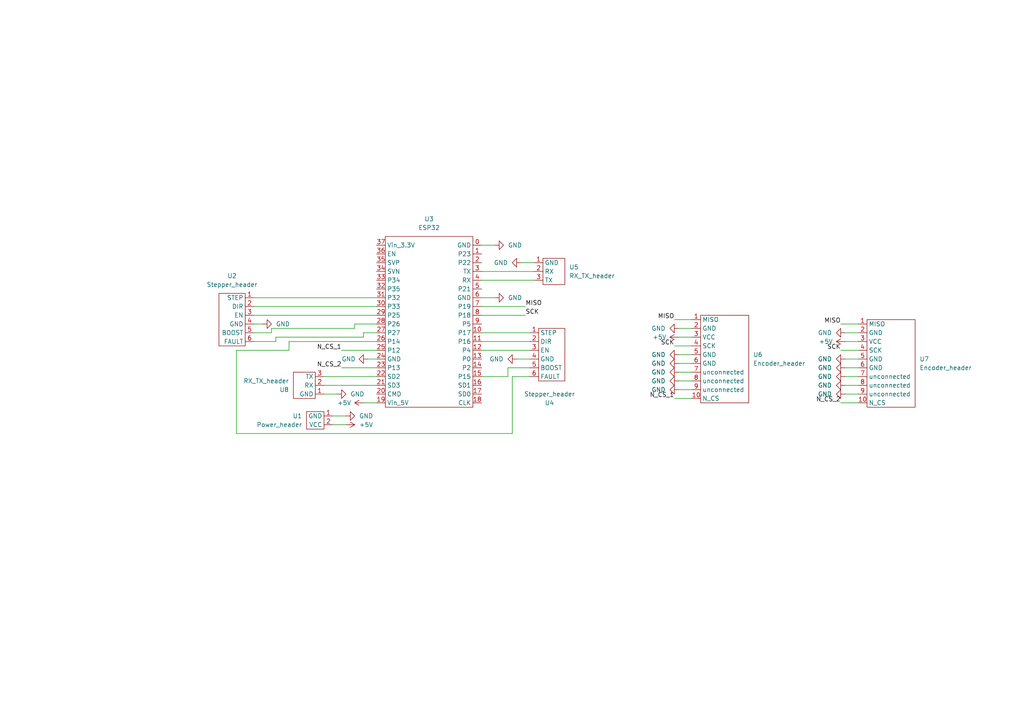
<source format=kicad_sch>
(kicad_sch (version 20211123) (generator eeschema)
  (paper "A4")
  (lib_symbols
    (symbol "Stepper_header_1"
      (property "Reference" "U" (at 0 21.59 0))
      (property "Value" "Stepper_header_1" (at 0 1.27 0))
      (symbol "Stepper_header_1_0_1"
        (rectangle (start 0 19.05) (end 7.62 3.81))
      )
      (symbol "Stepper_header_1_1_1"
        (pin unspecified line (at -2.54 17.78 0) (length 2.54) (name "STEP") (number "1"))
        (pin unspecified line (at -2.54 15.24 0) (length 2.54) (name "DIR") (number "2"))
        (pin unspecified line (at -2.54 12.7 0) (length 2.54) (name "EN") (number "3"))
        (pin unspecified line (at -2.54 10.16 0) (length 2.54) (name "GND") (number "4"))
        (pin unspecified line (at -2.54 7.62 0) (length 2.54) (name "BOOST") (number "5"))
        (pin unspecified line (at -2.54 5.08 0) (length 2.54) (name "FAULT") (number "6"))
      )
    )
    (symbol "power:+5V" (power) (pin_names (offset 0))
      (property "Value" "+5V" (at 0 3.556 0))
      (symbol "+5V_0_1"
        (polyline (pts (xy -0.762 1.27) (xy 0 2.54)))
        (polyline (pts (xy 0 0) (xy 0 2.54)))
        (polyline (pts (xy 0 2.54) (xy 0.762 1.27)))
      )
      (symbol "+5V_1_1"
        (pin power_in line (at 0 0 90) (length 0) hide (name "+5V") (number "1"))
      )
    )
    (symbol "power:GND" (power) (pin_names (offset 0))
      (property "Value" "GND" (at 0 -3.81 0))
      (symbol "GND_0_1"
        (polyline (pts (xy 0 0) (xy 0 -1.27) (xy 1.27 -1.27) (xy 0 -2.54) (xy -1.27 -1.27) (xy 0 -1.27)))
      )
      (symbol "GND_1_1"
        (pin power_in line (at 0 0 270) (length 0) hide (name "GND") (number "1"))
      )
    )
    (symbol "project_lib:ESP32"
      (property "Reference" "U" (at 0 55.88 0))
      (property "Value" "ESP32" (at 0 1.27 0))
      (symbol "ESP32_0_1"
        (rectangle (start -12.7 53.34) (end 12.7 3.81))
      )
      (symbol "ESP32_1_1"
        (pin unspecified line (at 15.24 50.8 180) (length 2.54) (name "GND") (number "0"))
        (pin unspecified line (at 15.24 48.26 180) (length 2.54) (name "P23") (number "1"))
        (pin unspecified line (at 15.24 25.4 180) (length 2.54) (name "P17") (number "10"))
        (pin unspecified line (at 15.24 22.86 180) (length 2.54) (name "P16") (number "11"))
        (pin unspecified line (at 15.24 20.32 180) (length 2.54) (name "P4") (number "12"))
        (pin unspecified line (at 15.24 17.78 180) (length 2.54) (name "P0") (number "13"))
        (pin unspecified line (at 15.24 15.24 180) (length 2.54) (name "P2") (number "14"))
        (pin unspecified line (at 15.24 12.7 180) (length 2.54) (name "P15") (number "15"))
        (pin unspecified line (at 15.24 10.16 180) (length 2.54) (name "SD1") (number "16"))
        (pin unspecified line (at 15.24 7.62 180) (length 2.54) (name "SD0") (number "17"))
        (pin unspecified line (at 15.24 5.08 180) (length 2.54) (name "CLK") (number "18"))
        (pin unspecified line (at -15.24 5.08 0) (length 2.54) (name "Vin_5V") (number "19"))
        (pin unspecified line (at 15.24 45.72 180) (length 2.54) (name "P22") (number "2"))
        (pin unspecified line (at -15.24 7.62 0) (length 2.54) (name "CMD") (number "20"))
        (pin unspecified line (at -15.24 10.16 0) (length 2.54) (name "SD3") (number "21"))
        (pin unspecified line (at -15.24 12.7 0) (length 2.54) (name "SD2") (number "22"))
        (pin unspecified line (at -15.24 15.24 0) (length 2.54) (name "P13") (number "23"))
        (pin unspecified line (at -15.24 17.78 0) (length 2.54) (name "GND") (number "24"))
        (pin unspecified line (at -15.24 20.32 0) (length 2.54) (name "P12") (number "25"))
        (pin unspecified line (at -15.24 22.86 0) (length 2.54) (name "P14") (number "26"))
        (pin unspecified line (at -15.24 25.4 0) (length 2.54) (name "P27") (number "27"))
        (pin unspecified line (at -15.24 27.94 0) (length 2.54) (name "P26") (number "28"))
        (pin unspecified line (at -15.24 30.48 0) (length 2.54) (name "P25") (number "29"))
        (pin unspecified line (at 15.24 43.18 180) (length 2.54) (name "TX") (number "3"))
        (pin unspecified line (at -15.24 33.02 0) (length 2.54) (name "P33") (number "30"))
        (pin unspecified line (at -15.24 35.56 0) (length 2.54) (name "P32") (number "31"))
        (pin unspecified line (at -15.24 38.1 0) (length 2.54) (name "P35") (number "32"))
        (pin unspecified line (at -15.24 40.64 0) (length 2.54) (name "P34") (number "33"))
        (pin unspecified line (at -15.24 43.18 0) (length 2.54) (name "SVN") (number "34"))
        (pin unspecified line (at -15.24 45.72 0) (length 2.54) (name "SVP") (number "35"))
        (pin unspecified line (at -15.24 48.26 0) (length 2.54) (name "EN") (number "36"))
        (pin unspecified line (at -15.24 50.8 0) (length 2.54) (name "Vin_3.3V") (number "37"))
        (pin unspecified line (at 15.24 40.64 180) (length 2.54) (name "RX") (number "4"))
        (pin unspecified line (at 15.24 38.1 180) (length 2.54) (name "P21") (number "5"))
        (pin unspecified line (at 15.24 35.56 180) (length 2.54) (name "GND") (number "6"))
        (pin unspecified line (at 15.24 33.02 180) (length 2.54) (name "P19") (number "7"))
        (pin unspecified line (at 15.24 30.48 180) (length 2.54) (name "P18") (number "8"))
        (pin unspecified line (at 15.24 27.94 180) (length 2.54) (name "P5") (number "9"))
      )
    )
    (symbol "project_lib:Encoder_header"
      (property "Reference" "U" (at 0 30.48 0))
      (property "Value" "Encoder_header" (at 0 1.27 0))
      (symbol "Encoder_header_0_1"
        (rectangle (start 13.97 2.54) (end 0 27.94))
      )
      (symbol "Encoder_header_1_1"
        (pin unspecified line (at -2.54 26.67 0) (length 2.54) (name "MISO") (number "1"))
        (pin unspecified line (at -2.54 3.81 0) (length 2.54) (name "N_CS") (number "10"))
        (pin unspecified line (at -2.54 24.13 0) (length 2.54) (name "GND") (number "2"))
        (pin unspecified line (at -2.54 21.59 0) (length 2.54) (name "VCC") (number "3"))
        (pin unspecified line (at -2.54 19.05 0) (length 2.54) (name "SCK") (number "4"))
        (pin unspecified line (at -2.54 16.51 0) (length 2.54) (name "GND") (number "5"))
        (pin unspecified line (at -2.54 13.97 0) (length 2.54) (name "GND") (number "6"))
        (pin unspecified line (at -2.54 11.43 0) (length 2.54) (name "unconnected") (number "7"))
        (pin unspecified line (at -2.54 8.89 0) (length 2.54) (name "unconnected") (number "8"))
        (pin unspecified line (at -2.54 6.35 0) (length 2.54) (name "unconnected") (number "9"))
      )
    )
    (symbol "project_lib:Power_header"
      (property "Reference" "U" (at 0 10.16 0))
      (property "Value" "Power_header" (at 0 1.27 0))
      (symbol "Power_header_0_1"
        (rectangle (start 0 7.62) (end 5.08 2.54))
      )
      (symbol "Power_header_1_1"
        (pin unspecified line (at -2.54 6.35 0) (length 2.54) (name "GND") (number "1"))
        (pin unspecified line (at -2.54 3.81 0) (length 2.54) (name "VCC") (number "2"))
      )
    )
    (symbol "project_lib:RX_TX_header"
      (property "Reference" "U" (at 0 12.7 0))
      (property "Value" "RX_TX_header" (at 0 1.27 0))
      (symbol "RX_TX_header_0_1"
        (rectangle (start 0 10.16) (end 6.35 2.54))
      )
      (symbol "RX_TX_header_1_1"
        (pin unspecified line (at -2.54 8.89 0) (length 2.54) (name "GND") (number "1"))
        (pin unspecified line (at -2.54 6.35 0) (length 2.54) (name "RX") (number "2"))
        (pin unspecified line (at -2.54 3.81 0) (length 2.54) (name "TX") (number "3"))
      )
    )
    (symbol "project_lib:Stepper_header"
      (property "Reference" "U" (at 0 21.59 0))
      (property "Value" "Stepper_header" (at 0 1.27 0))
      (symbol "Stepper_header_0_1"
        (rectangle (start 0 19.05) (end 7.62 3.81))
      )
      (symbol "Stepper_header_1_1"
        (pin unspecified line (at -2.54 17.78 0) (length 2.54) (name "STEP") (number "1"))
        (pin unspecified line (at -2.54 15.24 0) (length 2.54) (name "DIR") (number "2"))
        (pin unspecified line (at -2.54 12.7 0) (length 2.54) (name "EN") (number "3"))
        (pin unspecified line (at -2.54 10.16 0) (length 2.54) (name "GND") (number "4"))
        (pin unspecified line (at -2.54 7.62 0) (length 2.54) (name "BOOST") (number "5"))
        (pin unspecified line (at -2.54 5.08 0) (length 2.54) (name "FAULT") (number "6"))
      )
    )
  )
  (wire (pts (xy 243.84 93.98) (xy 248.92 93.98)))
  (wire (pts (xy 109.22 99.06) (xy 83.82 99.06)))
  (wire (pts (xy 147.32 106.68) (xy 147.32 109.22)))
  (wire (pts (xy 151.13 76.2) (xy 154.94 76.2)))
  (wire (pts (xy 78.74 95.25) (xy 78.74 96.52)))
  (wire (pts (xy 80.01 97.79) (xy 80.01 99.06)))
  (wire (pts (xy 153.67 106.68) (xy 147.32 106.68)))
  (wire (pts (xy 245.11 109.22) (xy 248.92 109.22)))
  (wire (pts (xy 102.87 95.25) (xy 78.74 95.25)))
  (wire (pts (xy 139.7 91.44) (xy 152.4 91.44)))
  (wire (pts (xy 105.41 97.79) (xy 105.41 96.52)))
  (wire (pts (xy 196.85 110.49) (xy 200.66 110.49)))
  (wire (pts (xy 245.11 99.06) (xy 248.92 99.06)))
  (wire (pts (xy 80.01 97.79) (xy 105.41 97.79)))
  (wire (pts (xy 83.82 101.6) (xy 68.58 101.6)))
  (wire (pts (xy 195.58 92.71) (xy 200.66 92.71)))
  (wire (pts (xy 196.85 102.87) (xy 200.66 102.87)))
  (wire (pts (xy 73.66 86.36) (xy 109.22 86.36)))
  (wire (pts (xy 73.66 88.9) (xy 109.22 88.9)))
  (wire (pts (xy 105.41 116.84) (xy 109.22 116.84)))
  (wire (pts (xy 245.11 104.14) (xy 248.92 104.14)))
  (wire (pts (xy 93.98 109.22) (xy 109.22 109.22)))
  (wire (pts (xy 139.7 99.06) (xy 153.67 99.06)))
  (wire (pts (xy 78.74 96.52) (xy 73.66 96.52)))
  (wire (pts (xy 196.85 95.25) (xy 200.66 95.25)))
  (wire (pts (xy 68.58 101.6) (xy 68.58 125.73)))
  (wire (pts (xy 245.11 96.52) (xy 248.92 96.52)))
  (wire (pts (xy 245.11 111.76) (xy 248.92 111.76)))
  (wire (pts (xy 245.11 114.3) (xy 248.92 114.3)))
  (wire (pts (xy 139.7 101.6) (xy 153.67 101.6)))
  (wire (pts (xy 196.85 113.03) (xy 200.66 113.03)))
  (wire (pts (xy 73.66 93.98) (xy 76.2 93.98)))
  (wire (pts (xy 80.01 99.06) (xy 73.66 99.06)))
  (wire (pts (xy 93.98 111.76) (xy 109.22 111.76)))
  (wire (pts (xy 139.7 86.36) (xy 143.51 86.36)))
  (wire (pts (xy 149.86 104.14) (xy 153.67 104.14)))
  (wire (pts (xy 196.85 105.41) (xy 200.66 105.41)))
  (wire (pts (xy 96.52 123.19) (xy 100.33 123.19)))
  (wire (pts (xy 102.87 93.98) (xy 102.87 95.25)))
  (wire (pts (xy 139.7 88.9) (xy 152.4 88.9)))
  (wire (pts (xy 153.67 109.22) (xy 148.59 109.22)))
  (wire (pts (xy 106.68 104.14) (xy 109.22 104.14)))
  (wire (pts (xy 83.82 99.06) (xy 83.82 101.6)))
  (wire (pts (xy 243.84 101.6) (xy 248.92 101.6)))
  (wire (pts (xy 195.58 115.57) (xy 200.66 115.57)))
  (wire (pts (xy 148.59 109.22) (xy 148.59 125.73)))
  (wire (pts (xy 195.58 100.33) (xy 200.66 100.33)))
  (wire (pts (xy 73.66 91.44) (xy 109.22 91.44)))
  (wire (pts (xy 196.85 97.79) (xy 200.66 97.79)))
  (wire (pts (xy 105.41 96.52) (xy 109.22 96.52)))
  (wire (pts (xy 139.7 78.74) (xy 154.94 78.74)))
  (wire (pts (xy 245.11 106.68) (xy 248.92 106.68)))
  (wire (pts (xy 243.84 116.84) (xy 248.92 116.84)))
  (wire (pts (xy 139.7 71.12) (xy 143.51 71.12)))
  (wire (pts (xy 68.58 125.73) (xy 148.59 125.73)))
  (wire (pts (xy 97.79 114.3) (xy 93.98 114.3)))
  (wire (pts (xy 139.7 96.52) (xy 153.67 96.52)))
  (wire (pts (xy 99.06 101.6) (xy 109.22 101.6)))
  (wire (pts (xy 147.32 109.22) (xy 139.7 109.22)))
  (wire (pts (xy 139.7 81.28) (xy 154.94 81.28)))
  (wire (pts (xy 102.87 93.98) (xy 109.22 93.98)))
  (wire (pts (xy 196.85 107.95) (xy 200.66 107.95)))
  (wire (pts (xy 100.33 120.65) (xy 96.52 120.65)))
  (wire (pts (xy 99.06 106.68) (xy 109.22 106.68)))
  (label "MISO" (at 243.84 93.98 180))
  (label "N_CS_1" (at 99.06 101.6 180))
  (label "N_CS_1" (at 195.58 115.57 180))
  (label "SCK" (at 195.58 100.33 180))
  (label "SCK" (at 243.84 101.6 180))
  (label "N_CS_2" (at 99.06 106.68 180))
  (label "SCK" (at 152.4 91.44 0))
  (label "MISO" (at 195.58 92.71 180))
  (label "N_CS_2" (at 243.84 116.84 180))
  (label "MISO" (at 152.4 88.9 0))
  (symbol (lib_id "power:GND") (at 100.33 120.65 90) (mirror x) (unit 1)
    (property "Reference" "#PWR0116" (effects hide))
    (property "Value" "GND" (at 104.14 120.6499 90) (effects (justify right)))
  )
  (symbol (lib_id "power:GND") (at 245.11 114.3 270) (unit 1)
    (property "Reference" "#PWR0105" (effects hide))
    (property "Value" "GND" (at 241.3 114.2999 90) (effects (justify right)))
  )
  (symbol (lib_id "power:+5V") (at 105.41 116.84 90) (unit 1)
    (property "Reference" "#PWR0117" (effects hide))
    (property "Value" "+5V" (at 97.79 116.84 90) (effects (justify right)))
  )
  (symbol (lib_id "power:GND") (at 245.11 96.52 270) (unit 1)
    (property "Reference" "#PWR0114" (effects hide))
    (property "Value" "GND" (at 241.3 96.5199 90) (effects (justify right)))
  )
  (symbol (lib_id "power:GND") (at 196.85 113.03 270) (unit 1)
    (property "Reference" "#PWR0109" (effects hide))
    (property "Value" "GND" (at 193.04 113.0299 90) (effects (justify right)))
  )
  (symbol (lib_id "power:+5V") (at 196.85 97.79 90) (unit 1)
    (property "Reference" "#PWR0112" (effects hide))
    (property "Value" "+5V" (at 189.23 97.79 90) (effects (justify right)))
  )
  (symbol (lib_id "project_lib:Encoder_header") (at 203.2 119.38 0) (unit 1)
    (property "Reference" "U6" (at 218.44 102.8699 0) (effects (justify left)))
    (property "Value" "Encoder_header" (at 218.44 105.4099 0) (effects (justify left)))
    (property "Footprint" "Connector_PinHeader_2.54mm:PinHeader_1x10_P2.54mm_Vertical" (effects hide))
  )
  (symbol (lib_id "power:GND") (at 143.51 71.12 90) (unit 1)
    (property "Reference" "#PWR0121" (effects hide))
    (property "Value" "GND" (at 147.32 71.1199 90) (effects (justify right)))
  )
  (symbol (lib_id "power:GND") (at 196.85 95.25 270) (unit 1)
    (property "Reference" "#PWR0111" (effects hide))
    (property "Value" "GND" (at 193.04 95.2499 90) (effects (justify right)))
  )
  (symbol (lib_id "project_lib:Stepper_header") (at 156.21 114.3 0) (unit 1)
    (property "Reference" "U4" (at 159.385 116.84 0))
    (property "Value" "Stepper_header" (at 159.385 114.3 0))
    (property "Footprint" "Connector_PinHeader_2.54mm:PinHeader_1x06_P2.54mm_Vertical" (effects hide))
  )
  (symbol (lib_id "project_lib:Power_header") (at 93.98 127 0) (mirror y) (unit 1)
    (property "Reference" "U1" (at 87.63 120.6499 0) (effects (justify left)))
    (property "Value" "Power_header" (at 87.63 123.1899 0) (effects (justify left)))
    (property "Footprint" "Connector_PinHeader_2.54mm:PinHeader_1x02_P2.54mm_Vertical" (effects hide))
  )
  (symbol (lib_id "power:GND") (at 196.85 102.87 270) (unit 1)
    (property "Reference" "#PWR0108" (effects hide))
    (property "Value" "GND" (at 193.04 102.8699 90) (effects (justify right)))
  )
  (symbol (lib_id "power:GND") (at 245.11 106.68 270) (unit 1)
    (property "Reference" "#PWR0103" (effects hide))
    (property "Value" "GND" (at 241.3 106.6799 90) (effects (justify right)))
  )
  (symbol (lib_id "power:GND") (at 143.51 86.36 90) (unit 1)
    (property "Reference" "#PWR0120" (effects hide))
    (property "Value" "GND" (at 147.32 86.3599 90) (effects (justify right)))
  )
  (symbol (lib_id "power:GND") (at 106.68 104.14 270) (unit 1)
    (property "Reference" "#PWR0118" (effects hide))
    (property "Value" "GND" (at 99.06 104.14 90) (effects (justify left)))
  )
  (symbol (lib_id "power:GND") (at 245.11 111.76 270) (unit 1)
    (property "Reference" "#PWR0104" (effects hide))
    (property "Value" "GND" (at 241.3 111.7599 90) (effects (justify right)))
  )
  (symbol (lib_id "project_lib:Encoder_header") (at 251.46 120.65 0) (unit 1)
    (property "Reference" "U7" (at 266.7 104.1399 0) (effects (justify left)))
    (property "Value" "Encoder_header" (at 266.7 106.6799 0) (effects (justify left)))
    (property "Footprint" "Connector_PinHeader_2.54mm:PinHeader_1x10_P2.54mm_Vertical" (effects hide))
  )
  (symbol (lib_id "power:+5V") (at 245.11 99.06 90) (unit 1)
    (property "Reference" "#PWR0113" (effects hide))
    (property "Value" "+5V" (at 237.49 99.06 90) (effects (justify right)))
  )
  (symbol (lib_id "power:GND") (at 149.86 104.14 270) (mirror x) (unit 1)
    (property "Reference" "#PWR0122" (effects hide))
    (property "Value" "GND" (at 146.05 104.1401 90) (effects (justify right)))
  )
  (symbol (lib_id "power:GND") (at 196.85 107.95 270) (unit 1)
    (property "Reference" "#PWR0107" (effects hide))
    (property "Value" "GND" (at 193.04 107.9499 90) (effects (justify right)))
  )
  (symbol (lib_id "power:GND") (at 97.79 114.3 90) (unit 1)
    (property "Reference" "#PWR0124" (effects hide))
    (property "Value" "GND" (at 101.6 114.3001 90) (effects (justify right)))
  )
  (symbol (lib_id "power:+5V") (at 100.33 123.19 270) (unit 1)
    (property "Reference" "#PWR0115" (effects hide))
    (property "Value" "+5V" (at 104.14 123.1899 90) (effects (justify left)))
  )
  (symbol (lib_id "project_lib:RX_TX_header") (at 91.44 105.41 180) (unit 1)
    (property "Reference" "U8" (at 83.82 113.0301 0) (effects (justify left)))
    (property "Value" "RX_TX_header" (at 83.82 110.4901 0) (effects (justify left)))
    (property "Footprint" "Connector_PinHeader_2.54mm:PinHeader_1x03_P2.54mm_Vertical" (effects hide))
  )
  (symbol (lib_id "power:GND") (at 196.85 105.41 270) (unit 1)
    (property "Reference" "#PWR0106" (effects hide))
    (property "Value" "GND" (at 193.04 105.4099 90) (effects (justify right)))
  )
  (symbol (lib_id "project_lib:ESP32") (at 124.46 121.92 0) (unit 1)
    (property "Reference" "U3" (at 124.46 63.5 0))
    (property "Value" "ESP32" (at 124.46 66.04 0))
    (property "Footprint" "project_library:NodeMCU_header" (effects hide))
  )
  (symbol (lib_id "power:GND") (at 76.2 93.98 90) (unit 1)
    (property "Reference" "#PWR0119" (effects hide))
    (property "Value" "GND" (at 80.01 93.9799 90) (effects (justify right)))
  )
  (symbol (lib_id "project_lib:RX_TX_header") (at 157.48 85.09 0) (unit 1)
    (property "Reference" "U5" (at 165.1 77.4699 0) (effects (justify left)))
    (property "Value" "RX_TX_header" (at 165.1 80.0099 0) (effects (justify left)))
    (property "Footprint" "Connector_PinHeader_2.54mm:PinHeader_1x03_P2.54mm_Vertical" (effects hide))
  )
  (symbol (lib_id "power:GND") (at 151.13 76.2 270) (unit 1)
    (property "Reference" "#PWR0123" (effects hide))
    (property "Value" "GND" (at 147.32 76.1999 90) (effects (justify right)))
  )
  (symbol (lib_id "power:GND") (at 245.11 109.22 270) (unit 1)
    (property "Reference" "#PWR0101" (effects hide))
    (property "Value" "GND" (at 241.3 109.2199 90) (effects (justify right)))
  )
  (symbol (lib_id "power:GND") (at 196.85 110.49 270) (unit 1)
    (property "Reference" "#PWR0110" (effects hide))
    (property "Value" "GND" (at 193.04 110.4899 90) (effects (justify right)))
  )
  (symbol (lib_name "Stepper_header_1") (lib_id "project_lib:Stepper_header") (at 71.12 104.14 0) (mirror y) (unit 1)
    (property "Reference" "U2" (at 67.31 80.01 0))
    (property "Value" "Stepper_header" (at 67.31 82.55 0))
    (property "Footprint" "Connector_PinHeader_2.54mm:PinHeader_1x06_P2.54mm_Vertical" (effects hide))
  )
  (symbol (lib_id "power:GND") (at 245.11 104.14 270) (unit 1)
    (property "Reference" "#PWR0102" (effects hide))
    (property "Value" "GND" (at 241.3 104.1399 90) (effects (justify right)))
  )
)
</source>
